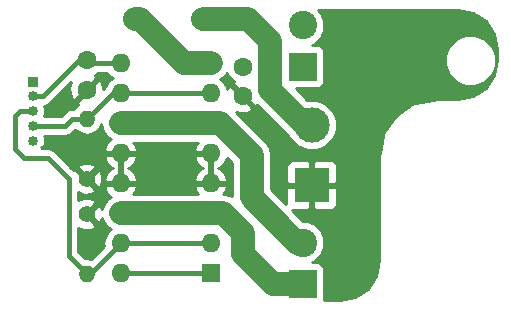
<source format=gbl>
G04 #@! TF.FileFunction,Copper,L2,Bot,Signal*
%FSLAX46Y46*%
G04 Gerber Fmt 4.6, Leading zero omitted, Abs format (unit mm)*
G04 Created by KiCad (PCBNEW 4.0.7) date 07/04/19 18:57:09*
%MOMM*%
%LPD*%
G01*
G04 APERTURE LIST*
%ADD10C,0.100000*%
%ADD11C,1.400000*%
%ADD12O,1.400000X1.400000*%
%ADD13C,1.600000*%
%ADD14R,1.600000X1.600000*%
%ADD15O,1.600000X1.600000*%
%ADD16R,2.400000X2.400000*%
%ADD17C,2.400000*%
%ADD18R,0.850000X0.850000*%
%ADD19C,0.850000*%
%ADD20C,2.000000*%
%ADD21R,3.000000X3.000000*%
%ADD22C,3.000000*%
%ADD23C,2.032000*%
%ADD24C,0.406400*%
%ADD25C,0.254000*%
G04 APERTURE END LIST*
D10*
D11*
X190498000Y-68365000D03*
D12*
X190498000Y-73445000D03*
D11*
X190498000Y-65365000D03*
D12*
X190498000Y-60285000D03*
D13*
X203708000Y-55880000D03*
X203708000Y-58380000D03*
X190498000Y-55365000D03*
X190498000Y-57865000D03*
D14*
X200998000Y-73365000D03*
D15*
X193378000Y-55585000D03*
X200998000Y-70825000D03*
X193378000Y-58125000D03*
X200998000Y-68285000D03*
X193378000Y-60665000D03*
X200998000Y-65745000D03*
X193378000Y-63205000D03*
X200998000Y-63205000D03*
X193378000Y-65745000D03*
X200998000Y-60665000D03*
X193378000Y-68285000D03*
X200998000Y-58125000D03*
X193378000Y-70825000D03*
X200998000Y-55585000D03*
X193378000Y-73365000D03*
D16*
X208788000Y-55880000D03*
D17*
X208788000Y-52380000D03*
D18*
X185928000Y-57150000D03*
D19*
X185928000Y-58400000D03*
X185928000Y-59650000D03*
X185928000Y-60900000D03*
X185928000Y-62150000D03*
D20*
X194598000Y-51865000D03*
X200398000Y-51865000D03*
D16*
X208788000Y-74295000D03*
D17*
X208788000Y-70795000D03*
D21*
X209550000Y-65913000D03*
D22*
X209550000Y-60833000D03*
D23*
X200998000Y-68285000D02*
X202016000Y-68285000D01*
X206248000Y-74295000D02*
X208788000Y-74295000D01*
X203708000Y-71755000D02*
X206248000Y-74295000D01*
X203708000Y-69977000D02*
X203708000Y-71755000D01*
X202016000Y-68285000D02*
X203708000Y-69977000D01*
X193378000Y-68285000D02*
X200998000Y-68285000D01*
X208788000Y-70795000D02*
X208336000Y-70795000D01*
X208336000Y-70795000D02*
X207066000Y-69525000D01*
X204470000Y-63373000D02*
X204470000Y-66929000D01*
X204470000Y-66929000D02*
X207066000Y-69525000D01*
X201762000Y-60665000D02*
X204470000Y-63373000D01*
X200998000Y-60665000D02*
X201762000Y-60665000D01*
X193378000Y-60665000D02*
X200998000Y-60665000D01*
X194598000Y-51865000D02*
X194998000Y-51865000D01*
X194998000Y-51865000D02*
X198718000Y-55585000D01*
X198718000Y-55585000D02*
X200998000Y-55585000D01*
D24*
X185928000Y-58400000D02*
X186837000Y-58400000D01*
X186837000Y-58400000D02*
X189872000Y-55365000D01*
X189872000Y-55365000D02*
X190498000Y-55365000D01*
X185928000Y-58400000D02*
X185821000Y-58400000D01*
X193378000Y-73365000D02*
X193378000Y-73830000D01*
X193378000Y-55585000D02*
X190718000Y-55585000D01*
X190718000Y-55585000D02*
X190498000Y-55365000D01*
X200998000Y-73365000D02*
X193378000Y-73365000D01*
X185928000Y-59650000D02*
X184825000Y-59650000D01*
X187198000Y-63627000D02*
X188976000Y-65405000D01*
X188976000Y-65405000D02*
X188976000Y-71923000D01*
X188976000Y-71923000D02*
X190498000Y-73445000D01*
X185166000Y-63627000D02*
X187198000Y-63627000D01*
X184404000Y-62865000D02*
X185166000Y-63627000D01*
X184404000Y-60071000D02*
X184404000Y-62865000D01*
X184825000Y-59650000D02*
X184404000Y-60071000D01*
X190498000Y-73445000D02*
X190758000Y-73445000D01*
X190758000Y-73445000D02*
X193378000Y-70825000D01*
X193378000Y-70825000D02*
X200998000Y-70825000D01*
X190498000Y-60285000D02*
X189270000Y-60285000D01*
X188655000Y-60900000D02*
X185928000Y-60900000D01*
X189270000Y-60285000D02*
X188655000Y-60900000D01*
X190498000Y-60285000D02*
X190578000Y-60285000D01*
X190578000Y-60285000D02*
X192738000Y-58125000D01*
X192738000Y-58125000D02*
X193378000Y-58125000D01*
X193378000Y-58125000D02*
X200998000Y-58125000D01*
D23*
X200398000Y-51865000D02*
X204138000Y-51865000D01*
X205994000Y-57841000D02*
X208788000Y-60635000D01*
X205994000Y-53721000D02*
X205994000Y-57841000D01*
X204138000Y-51865000D02*
X205994000Y-53721000D01*
D25*
G36*
X223251707Y-51338288D02*
X224314546Y-52048454D01*
X225024712Y-53111295D01*
X225288000Y-54434931D01*
X225288000Y-55295069D01*
X225024712Y-56618705D01*
X224314546Y-57681546D01*
X223251707Y-58391712D01*
X221928069Y-58655000D01*
X219998000Y-58655000D01*
X219929416Y-58668642D01*
X218328752Y-58973124D01*
X218072811Y-59079139D01*
X216775118Y-59946230D01*
X216579229Y-60142118D01*
X215712139Y-61439811D01*
X215606124Y-61695752D01*
X215301642Y-63226486D01*
X215301642Y-63296416D01*
X215288000Y-63365000D01*
X215288000Y-72295069D01*
X215024712Y-73618705D01*
X214314546Y-74681546D01*
X213251707Y-75391712D01*
X211928069Y-75655000D01*
X210603039Y-75655000D01*
X210635440Y-75495000D01*
X210635440Y-73095000D01*
X210591162Y-72859683D01*
X210452090Y-72643559D01*
X210239890Y-72498569D01*
X209988000Y-72447560D01*
X209593712Y-72447560D01*
X209826086Y-72351545D01*
X210342730Y-71835801D01*
X210622681Y-71161605D01*
X210623318Y-70431597D01*
X210344545Y-69756914D01*
X209828801Y-69240270D01*
X209154605Y-68960319D01*
X208835907Y-68960041D01*
X208233435Y-68357569D01*
X208233433Y-68357566D01*
X207923867Y-68048000D01*
X209264250Y-68048000D01*
X209423000Y-67889250D01*
X209423000Y-66040000D01*
X209677000Y-66040000D01*
X209677000Y-67889250D01*
X209835750Y-68048000D01*
X211176310Y-68048000D01*
X211409699Y-67951327D01*
X211588327Y-67772698D01*
X211685000Y-67539309D01*
X211685000Y-66198750D01*
X211526250Y-66040000D01*
X209677000Y-66040000D01*
X209423000Y-66040000D01*
X207573750Y-66040000D01*
X207415000Y-66198750D01*
X207415000Y-67539133D01*
X206121000Y-66245134D01*
X206121000Y-64286691D01*
X207415000Y-64286691D01*
X207415000Y-65627250D01*
X207573750Y-65786000D01*
X209423000Y-65786000D01*
X209423000Y-63936750D01*
X209677000Y-63936750D01*
X209677000Y-65786000D01*
X211526250Y-65786000D01*
X211685000Y-65627250D01*
X211685000Y-64286691D01*
X211588327Y-64053302D01*
X211409699Y-63874673D01*
X211176310Y-63778000D01*
X209835750Y-63778000D01*
X209677000Y-63936750D01*
X209423000Y-63936750D01*
X209264250Y-63778000D01*
X207923690Y-63778000D01*
X207690301Y-63874673D01*
X207511673Y-64053302D01*
X207415000Y-64286691D01*
X206121000Y-64286691D01*
X206121000Y-63373000D01*
X205995325Y-62741190D01*
X205995325Y-62741189D01*
X205637433Y-62205566D01*
X203128428Y-59696562D01*
X203491223Y-59826965D01*
X204061454Y-59799778D01*
X204462005Y-59633864D01*
X204536139Y-59387745D01*
X203708000Y-58559605D01*
X203693858Y-58573748D01*
X203514252Y-58394142D01*
X203528395Y-58380000D01*
X202700255Y-57551861D01*
X202454136Y-57625995D01*
X202394730Y-57791269D01*
X202351880Y-57575849D01*
X202040811Y-57110302D01*
X201835328Y-56973002D01*
X202165433Y-56752433D01*
X202381931Y-56428421D01*
X202490757Y-56691800D01*
X202894077Y-57095824D01*
X202960544Y-57123423D01*
X202953995Y-57126136D01*
X202879861Y-57372255D01*
X203708000Y-58200395D01*
X203722142Y-58186252D01*
X203901748Y-58365858D01*
X203887605Y-58380000D01*
X204715745Y-59208139D01*
X204954390Y-59136256D01*
X207620567Y-61802434D01*
X207648087Y-61820822D01*
X207738980Y-62040800D01*
X208339041Y-62641909D01*
X209123459Y-62967628D01*
X209972815Y-62968370D01*
X210757800Y-62644020D01*
X211358909Y-62043959D01*
X211684628Y-61259541D01*
X211685370Y-60410185D01*
X211361020Y-59625200D01*
X210760959Y-59024091D01*
X209976541Y-58698372D01*
X209185548Y-58697681D01*
X208215306Y-57727440D01*
X209988000Y-57727440D01*
X210223317Y-57683162D01*
X210439441Y-57544090D01*
X210584431Y-57331890D01*
X210635440Y-57080000D01*
X210635440Y-55787815D01*
X220862630Y-55787815D01*
X221186980Y-56572800D01*
X221787041Y-57173909D01*
X222571459Y-57499628D01*
X223420815Y-57500370D01*
X224205800Y-57176020D01*
X224806909Y-56575959D01*
X225132628Y-55791541D01*
X225133370Y-54942185D01*
X224809020Y-54157200D01*
X224208959Y-53556091D01*
X223424541Y-53230372D01*
X222575185Y-53229630D01*
X221790200Y-53553980D01*
X221189091Y-54154041D01*
X220863372Y-54938459D01*
X220862630Y-55787815D01*
X210635440Y-55787815D01*
X210635440Y-54680000D01*
X210591162Y-54444683D01*
X210452090Y-54228559D01*
X210239890Y-54083569D01*
X209988000Y-54032560D01*
X209593712Y-54032560D01*
X209826086Y-53936545D01*
X210342730Y-53420801D01*
X210622681Y-52746605D01*
X210623318Y-52016597D01*
X210344545Y-51341914D01*
X210078096Y-51075000D01*
X221928069Y-51075000D01*
X223251707Y-51338288D01*
X223251707Y-51338288D01*
G37*
X223251707Y-51338288D02*
X224314546Y-52048454D01*
X225024712Y-53111295D01*
X225288000Y-54434931D01*
X225288000Y-55295069D01*
X225024712Y-56618705D01*
X224314546Y-57681546D01*
X223251707Y-58391712D01*
X221928069Y-58655000D01*
X219998000Y-58655000D01*
X219929416Y-58668642D01*
X218328752Y-58973124D01*
X218072811Y-59079139D01*
X216775118Y-59946230D01*
X216579229Y-60142118D01*
X215712139Y-61439811D01*
X215606124Y-61695752D01*
X215301642Y-63226486D01*
X215301642Y-63296416D01*
X215288000Y-63365000D01*
X215288000Y-72295069D01*
X215024712Y-73618705D01*
X214314546Y-74681546D01*
X213251707Y-75391712D01*
X211928069Y-75655000D01*
X210603039Y-75655000D01*
X210635440Y-75495000D01*
X210635440Y-73095000D01*
X210591162Y-72859683D01*
X210452090Y-72643559D01*
X210239890Y-72498569D01*
X209988000Y-72447560D01*
X209593712Y-72447560D01*
X209826086Y-72351545D01*
X210342730Y-71835801D01*
X210622681Y-71161605D01*
X210623318Y-70431597D01*
X210344545Y-69756914D01*
X209828801Y-69240270D01*
X209154605Y-68960319D01*
X208835907Y-68960041D01*
X208233435Y-68357569D01*
X208233433Y-68357566D01*
X207923867Y-68048000D01*
X209264250Y-68048000D01*
X209423000Y-67889250D01*
X209423000Y-66040000D01*
X209677000Y-66040000D01*
X209677000Y-67889250D01*
X209835750Y-68048000D01*
X211176310Y-68048000D01*
X211409699Y-67951327D01*
X211588327Y-67772698D01*
X211685000Y-67539309D01*
X211685000Y-66198750D01*
X211526250Y-66040000D01*
X209677000Y-66040000D01*
X209423000Y-66040000D01*
X207573750Y-66040000D01*
X207415000Y-66198750D01*
X207415000Y-67539133D01*
X206121000Y-66245134D01*
X206121000Y-64286691D01*
X207415000Y-64286691D01*
X207415000Y-65627250D01*
X207573750Y-65786000D01*
X209423000Y-65786000D01*
X209423000Y-63936750D01*
X209677000Y-63936750D01*
X209677000Y-65786000D01*
X211526250Y-65786000D01*
X211685000Y-65627250D01*
X211685000Y-64286691D01*
X211588327Y-64053302D01*
X211409699Y-63874673D01*
X211176310Y-63778000D01*
X209835750Y-63778000D01*
X209677000Y-63936750D01*
X209423000Y-63936750D01*
X209264250Y-63778000D01*
X207923690Y-63778000D01*
X207690301Y-63874673D01*
X207511673Y-64053302D01*
X207415000Y-64286691D01*
X206121000Y-64286691D01*
X206121000Y-63373000D01*
X205995325Y-62741190D01*
X205995325Y-62741189D01*
X205637433Y-62205566D01*
X203128428Y-59696562D01*
X203491223Y-59826965D01*
X204061454Y-59799778D01*
X204462005Y-59633864D01*
X204536139Y-59387745D01*
X203708000Y-58559605D01*
X203693858Y-58573748D01*
X203514252Y-58394142D01*
X203528395Y-58380000D01*
X202700255Y-57551861D01*
X202454136Y-57625995D01*
X202394730Y-57791269D01*
X202351880Y-57575849D01*
X202040811Y-57110302D01*
X201835328Y-56973002D01*
X202165433Y-56752433D01*
X202381931Y-56428421D01*
X202490757Y-56691800D01*
X202894077Y-57095824D01*
X202960544Y-57123423D01*
X202953995Y-57126136D01*
X202879861Y-57372255D01*
X203708000Y-58200395D01*
X203722142Y-58186252D01*
X203901748Y-58365858D01*
X203887605Y-58380000D01*
X204715745Y-59208139D01*
X204954390Y-59136256D01*
X207620567Y-61802434D01*
X207648087Y-61820822D01*
X207738980Y-62040800D01*
X208339041Y-62641909D01*
X209123459Y-62967628D01*
X209972815Y-62968370D01*
X210757800Y-62644020D01*
X211358909Y-62043959D01*
X211684628Y-61259541D01*
X211685370Y-60410185D01*
X211361020Y-59625200D01*
X210760959Y-59024091D01*
X209976541Y-58698372D01*
X209185548Y-58697681D01*
X208215306Y-57727440D01*
X209988000Y-57727440D01*
X210223317Y-57683162D01*
X210439441Y-57544090D01*
X210584431Y-57331890D01*
X210635440Y-57080000D01*
X210635440Y-55787815D01*
X220862630Y-55787815D01*
X221186980Y-56572800D01*
X221787041Y-57173909D01*
X222571459Y-57499628D01*
X223420815Y-57500370D01*
X224205800Y-57176020D01*
X224806909Y-56575959D01*
X225132628Y-55791541D01*
X225133370Y-54942185D01*
X224809020Y-54157200D01*
X224208959Y-53556091D01*
X223424541Y-53230372D01*
X222575185Y-53229630D01*
X221790200Y-53553980D01*
X221189091Y-54154041D01*
X220863372Y-54938459D01*
X220862630Y-55787815D01*
X210635440Y-55787815D01*
X210635440Y-54680000D01*
X210591162Y-54444683D01*
X210452090Y-54228559D01*
X210239890Y-54083569D01*
X209988000Y-54032560D01*
X209593712Y-54032560D01*
X209826086Y-53936545D01*
X210342730Y-53420801D01*
X210622681Y-52746605D01*
X210623318Y-52016597D01*
X210344545Y-51341914D01*
X210078096Y-51075000D01*
X221928069Y-51075000D01*
X223251707Y-51338288D01*
G36*
X191852675Y-61296810D02*
X192210567Y-61832433D01*
X192532946Y-62047840D01*
X192522866Y-62052611D01*
X192146959Y-62467577D01*
X191986096Y-62855961D01*
X192108085Y-63078000D01*
X193251000Y-63078000D01*
X193251000Y-63058000D01*
X193505000Y-63058000D01*
X193505000Y-63078000D01*
X194647915Y-63078000D01*
X194769904Y-62855961D01*
X194609041Y-62467577D01*
X194471731Y-62316000D01*
X199904269Y-62316000D01*
X199766959Y-62467577D01*
X199606096Y-62855961D01*
X199728085Y-63078000D01*
X200871000Y-63078000D01*
X200871000Y-63058000D01*
X201125000Y-63058000D01*
X201125000Y-63078000D01*
X201145000Y-63078000D01*
X201145000Y-63332000D01*
X201125000Y-63332000D01*
X201125000Y-65618000D01*
X202267915Y-65618000D01*
X202389904Y-65395961D01*
X202229041Y-65007577D01*
X201853134Y-64592611D01*
X201604633Y-64475000D01*
X201853134Y-64357389D01*
X202229041Y-63942423D01*
X202368310Y-63606176D01*
X202819000Y-64056867D01*
X202819000Y-66874060D01*
X202647811Y-66759675D01*
X202080169Y-66646764D01*
X202229041Y-66482423D01*
X202389904Y-66094039D01*
X202267915Y-65872000D01*
X201125000Y-65872000D01*
X201125000Y-65892000D01*
X200871000Y-65892000D01*
X200871000Y-65872000D01*
X199728085Y-65872000D01*
X199606096Y-66094039D01*
X199766959Y-66482423D01*
X199904269Y-66634000D01*
X194471731Y-66634000D01*
X194609041Y-66482423D01*
X194769904Y-66094039D01*
X194647915Y-65872000D01*
X193505000Y-65872000D01*
X193505000Y-65892000D01*
X193251000Y-65892000D01*
X193251000Y-65872000D01*
X192108085Y-65872000D01*
X191986096Y-66094039D01*
X192146959Y-66482423D01*
X192522866Y-66897389D01*
X192532946Y-66902160D01*
X192210567Y-67117567D01*
X191852675Y-67653190D01*
X191790684Y-67964839D01*
X191669042Y-67671169D01*
X191433275Y-67609331D01*
X190677605Y-68365000D01*
X191433275Y-69120669D01*
X191669042Y-69058831D01*
X191804434Y-68674286D01*
X191852675Y-68916810D01*
X192210567Y-69452433D01*
X192540672Y-69673002D01*
X192335189Y-69810302D01*
X192024120Y-70275849D01*
X191914887Y-70825000D01*
X191960964Y-71056642D01*
X190861463Y-72156143D01*
X190498000Y-72083846D01*
X190351401Y-72113007D01*
X189814200Y-71575806D01*
X189814200Y-69539574D01*
X190305122Y-69712419D01*
X190835440Y-69683664D01*
X191191831Y-69536042D01*
X191253669Y-69300275D01*
X190498000Y-68544605D01*
X190483858Y-68558748D01*
X190304252Y-68379142D01*
X190318395Y-68365000D01*
X190304252Y-68350858D01*
X190483858Y-68171252D01*
X190498000Y-68185395D01*
X191253669Y-67429725D01*
X191191831Y-67193958D01*
X190690878Y-67017581D01*
X190160560Y-67046336D01*
X189814200Y-67189803D01*
X189814200Y-66539574D01*
X190305122Y-66712419D01*
X190835440Y-66683664D01*
X191191831Y-66536042D01*
X191253669Y-66300275D01*
X190498000Y-65544605D01*
X190483858Y-65558748D01*
X190304252Y-65379142D01*
X190318395Y-65365000D01*
X190677605Y-65365000D01*
X191433275Y-66120669D01*
X191669042Y-66058831D01*
X191845419Y-65557878D01*
X191816664Y-65027560D01*
X191669042Y-64671169D01*
X191433275Y-64609331D01*
X190677605Y-65365000D01*
X190318395Y-65365000D01*
X189562725Y-64609331D01*
X189406659Y-64650265D01*
X189186119Y-64429725D01*
X189742331Y-64429725D01*
X190498000Y-65185395D01*
X191253669Y-64429725D01*
X191191831Y-64193958D01*
X190690878Y-64017581D01*
X190160560Y-64046336D01*
X189804169Y-64193958D01*
X189742331Y-64429725D01*
X189186119Y-64429725D01*
X188310433Y-63554039D01*
X191986096Y-63554039D01*
X192146959Y-63942423D01*
X192522866Y-64357389D01*
X192771367Y-64475000D01*
X192522866Y-64592611D01*
X192146959Y-65007577D01*
X191986096Y-65395961D01*
X192108085Y-65618000D01*
X193251000Y-65618000D01*
X193251000Y-63332000D01*
X193505000Y-63332000D01*
X193505000Y-65618000D01*
X194647915Y-65618000D01*
X194769904Y-65395961D01*
X194609041Y-65007577D01*
X194233134Y-64592611D01*
X193984633Y-64475000D01*
X194233134Y-64357389D01*
X194609041Y-63942423D01*
X194769904Y-63554039D01*
X199606096Y-63554039D01*
X199766959Y-63942423D01*
X200142866Y-64357389D01*
X200391367Y-64475000D01*
X200142866Y-64592611D01*
X199766959Y-65007577D01*
X199606096Y-65395961D01*
X199728085Y-65618000D01*
X200871000Y-65618000D01*
X200871000Y-63332000D01*
X199728085Y-63332000D01*
X199606096Y-63554039D01*
X194769904Y-63554039D01*
X194647915Y-63332000D01*
X193505000Y-63332000D01*
X193251000Y-63332000D01*
X192108085Y-63332000D01*
X191986096Y-63554039D01*
X188310433Y-63554039D01*
X187790697Y-63034303D01*
X187518766Y-62852604D01*
X187198000Y-62788800D01*
X186746408Y-62788800D01*
X186663556Y-62705948D01*
X186870950Y-62678113D01*
X187001272Y-62277061D01*
X186968199Y-61856666D01*
X186919129Y-61738200D01*
X188655000Y-61738200D01*
X188975766Y-61674396D01*
X189247697Y-61492697D01*
X189526471Y-61213923D01*
X189554012Y-61255142D01*
X189987118Y-61544533D01*
X190498000Y-61646154D01*
X191008882Y-61544533D01*
X191441988Y-61255142D01*
X191731379Y-60822036D01*
X191744808Y-60754525D01*
X191852675Y-61296810D01*
X191852675Y-61296810D01*
G37*
X191852675Y-61296810D02*
X192210567Y-61832433D01*
X192532946Y-62047840D01*
X192522866Y-62052611D01*
X192146959Y-62467577D01*
X191986096Y-62855961D01*
X192108085Y-63078000D01*
X193251000Y-63078000D01*
X193251000Y-63058000D01*
X193505000Y-63058000D01*
X193505000Y-63078000D01*
X194647915Y-63078000D01*
X194769904Y-62855961D01*
X194609041Y-62467577D01*
X194471731Y-62316000D01*
X199904269Y-62316000D01*
X199766959Y-62467577D01*
X199606096Y-62855961D01*
X199728085Y-63078000D01*
X200871000Y-63078000D01*
X200871000Y-63058000D01*
X201125000Y-63058000D01*
X201125000Y-63078000D01*
X201145000Y-63078000D01*
X201145000Y-63332000D01*
X201125000Y-63332000D01*
X201125000Y-65618000D01*
X202267915Y-65618000D01*
X202389904Y-65395961D01*
X202229041Y-65007577D01*
X201853134Y-64592611D01*
X201604633Y-64475000D01*
X201853134Y-64357389D01*
X202229041Y-63942423D01*
X202368310Y-63606176D01*
X202819000Y-64056867D01*
X202819000Y-66874060D01*
X202647811Y-66759675D01*
X202080169Y-66646764D01*
X202229041Y-66482423D01*
X202389904Y-66094039D01*
X202267915Y-65872000D01*
X201125000Y-65872000D01*
X201125000Y-65892000D01*
X200871000Y-65892000D01*
X200871000Y-65872000D01*
X199728085Y-65872000D01*
X199606096Y-66094039D01*
X199766959Y-66482423D01*
X199904269Y-66634000D01*
X194471731Y-66634000D01*
X194609041Y-66482423D01*
X194769904Y-66094039D01*
X194647915Y-65872000D01*
X193505000Y-65872000D01*
X193505000Y-65892000D01*
X193251000Y-65892000D01*
X193251000Y-65872000D01*
X192108085Y-65872000D01*
X191986096Y-66094039D01*
X192146959Y-66482423D01*
X192522866Y-66897389D01*
X192532946Y-66902160D01*
X192210567Y-67117567D01*
X191852675Y-67653190D01*
X191790684Y-67964839D01*
X191669042Y-67671169D01*
X191433275Y-67609331D01*
X190677605Y-68365000D01*
X191433275Y-69120669D01*
X191669042Y-69058831D01*
X191804434Y-68674286D01*
X191852675Y-68916810D01*
X192210567Y-69452433D01*
X192540672Y-69673002D01*
X192335189Y-69810302D01*
X192024120Y-70275849D01*
X191914887Y-70825000D01*
X191960964Y-71056642D01*
X190861463Y-72156143D01*
X190498000Y-72083846D01*
X190351401Y-72113007D01*
X189814200Y-71575806D01*
X189814200Y-69539574D01*
X190305122Y-69712419D01*
X190835440Y-69683664D01*
X191191831Y-69536042D01*
X191253669Y-69300275D01*
X190498000Y-68544605D01*
X190483858Y-68558748D01*
X190304252Y-68379142D01*
X190318395Y-68365000D01*
X190304252Y-68350858D01*
X190483858Y-68171252D01*
X190498000Y-68185395D01*
X191253669Y-67429725D01*
X191191831Y-67193958D01*
X190690878Y-67017581D01*
X190160560Y-67046336D01*
X189814200Y-67189803D01*
X189814200Y-66539574D01*
X190305122Y-66712419D01*
X190835440Y-66683664D01*
X191191831Y-66536042D01*
X191253669Y-66300275D01*
X190498000Y-65544605D01*
X190483858Y-65558748D01*
X190304252Y-65379142D01*
X190318395Y-65365000D01*
X190677605Y-65365000D01*
X191433275Y-66120669D01*
X191669042Y-66058831D01*
X191845419Y-65557878D01*
X191816664Y-65027560D01*
X191669042Y-64671169D01*
X191433275Y-64609331D01*
X190677605Y-65365000D01*
X190318395Y-65365000D01*
X189562725Y-64609331D01*
X189406659Y-64650265D01*
X189186119Y-64429725D01*
X189742331Y-64429725D01*
X190498000Y-65185395D01*
X191253669Y-64429725D01*
X191191831Y-64193958D01*
X190690878Y-64017581D01*
X190160560Y-64046336D01*
X189804169Y-64193958D01*
X189742331Y-64429725D01*
X189186119Y-64429725D01*
X188310433Y-63554039D01*
X191986096Y-63554039D01*
X192146959Y-63942423D01*
X192522866Y-64357389D01*
X192771367Y-64475000D01*
X192522866Y-64592611D01*
X192146959Y-65007577D01*
X191986096Y-65395961D01*
X192108085Y-65618000D01*
X193251000Y-65618000D01*
X193251000Y-63332000D01*
X193505000Y-63332000D01*
X193505000Y-65618000D01*
X194647915Y-65618000D01*
X194769904Y-65395961D01*
X194609041Y-65007577D01*
X194233134Y-64592611D01*
X193984633Y-64475000D01*
X194233134Y-64357389D01*
X194609041Y-63942423D01*
X194769904Y-63554039D01*
X199606096Y-63554039D01*
X199766959Y-63942423D01*
X200142866Y-64357389D01*
X200391367Y-64475000D01*
X200142866Y-64592611D01*
X199766959Y-65007577D01*
X199606096Y-65395961D01*
X199728085Y-65618000D01*
X200871000Y-65618000D01*
X200871000Y-63332000D01*
X199728085Y-63332000D01*
X199606096Y-63554039D01*
X194769904Y-63554039D01*
X194647915Y-63332000D01*
X193505000Y-63332000D01*
X193251000Y-63332000D01*
X192108085Y-63332000D01*
X191986096Y-63554039D01*
X188310433Y-63554039D01*
X187790697Y-63034303D01*
X187518766Y-62852604D01*
X187198000Y-62788800D01*
X186746408Y-62788800D01*
X186663556Y-62705948D01*
X186870950Y-62678113D01*
X187001272Y-62277061D01*
X186968199Y-61856666D01*
X186919129Y-61738200D01*
X188655000Y-61738200D01*
X188975766Y-61674396D01*
X189247697Y-61492697D01*
X189526471Y-61213923D01*
X189554012Y-61255142D01*
X189987118Y-61544533D01*
X190498000Y-61646154D01*
X191008882Y-61544533D01*
X191441988Y-61255142D01*
X191731379Y-60822036D01*
X191744808Y-60754525D01*
X191852675Y-61296810D01*
G36*
X185917597Y-61959992D02*
X185928000Y-61970395D01*
X185938385Y-61960010D01*
X185945907Y-61960017D01*
X186121748Y-62135858D01*
X186107605Y-62150000D01*
X186121748Y-62164143D01*
X185942143Y-62343748D01*
X185928000Y-62329605D01*
X185913858Y-62343748D01*
X185734253Y-62164143D01*
X185748395Y-62150000D01*
X185734253Y-62135858D01*
X185910125Y-61959985D01*
X185917597Y-61959992D01*
X185917597Y-61959992D01*
G37*
X185917597Y-61959992D02*
X185928000Y-61970395D01*
X185938385Y-61960010D01*
X185945907Y-61960017D01*
X186121748Y-62135858D01*
X186107605Y-62150000D01*
X186121748Y-62164143D01*
X185942143Y-62343748D01*
X185928000Y-62329605D01*
X185913858Y-62343748D01*
X185734253Y-62164143D01*
X185748395Y-62150000D01*
X185734253Y-62135858D01*
X185910125Y-61959985D01*
X185917597Y-61959992D01*
G36*
X192335189Y-56599698D02*
X192717275Y-56855000D01*
X192335189Y-57110302D01*
X192024120Y-57575849D01*
X192004842Y-57672764D01*
X191929077Y-57748529D01*
X191917778Y-57511546D01*
X191751864Y-57110995D01*
X191505745Y-57036861D01*
X190677605Y-57865000D01*
X190691748Y-57879142D01*
X190512142Y-58058748D01*
X190498000Y-58044605D01*
X189669861Y-58872745D01*
X189743995Y-59118864D01*
X189811191Y-59143017D01*
X189554012Y-59314858D01*
X189465852Y-59446800D01*
X189270000Y-59446800D01*
X188949234Y-59510604D01*
X188677303Y-59692303D01*
X188307806Y-60061800D01*
X186904757Y-60061800D01*
X186987816Y-59861772D01*
X186988184Y-59440078D01*
X186899623Y-59225744D01*
X187157766Y-59174396D01*
X187429697Y-58992697D01*
X189206393Y-57216001D01*
X189051035Y-57648223D01*
X189078222Y-58218454D01*
X189244136Y-58619005D01*
X189490255Y-58693139D01*
X190318395Y-57865000D01*
X190304252Y-57850858D01*
X190483858Y-57671252D01*
X190498000Y-57685395D01*
X191326139Y-56857255D01*
X191252005Y-56611136D01*
X191245517Y-56608804D01*
X191309800Y-56582243D01*
X191469121Y-56423200D01*
X192217257Y-56423200D01*
X192335189Y-56599698D01*
X192335189Y-56599698D01*
G37*
X192335189Y-56599698D02*
X192717275Y-56855000D01*
X192335189Y-57110302D01*
X192024120Y-57575849D01*
X192004842Y-57672764D01*
X191929077Y-57748529D01*
X191917778Y-57511546D01*
X191751864Y-57110995D01*
X191505745Y-57036861D01*
X190677605Y-57865000D01*
X190691748Y-57879142D01*
X190512142Y-58058748D01*
X190498000Y-58044605D01*
X189669861Y-58872745D01*
X189743995Y-59118864D01*
X189811191Y-59143017D01*
X189554012Y-59314858D01*
X189465852Y-59446800D01*
X189270000Y-59446800D01*
X188949234Y-59510604D01*
X188677303Y-59692303D01*
X188307806Y-60061800D01*
X186904757Y-60061800D01*
X186987816Y-59861772D01*
X186988184Y-59440078D01*
X186899623Y-59225744D01*
X187157766Y-59174396D01*
X187429697Y-58992697D01*
X189206393Y-57216001D01*
X189051035Y-57648223D01*
X189078222Y-58218454D01*
X189244136Y-58619005D01*
X189490255Y-58693139D01*
X190318395Y-57865000D01*
X190304252Y-57850858D01*
X190483858Y-57671252D01*
X190498000Y-57685395D01*
X191326139Y-56857255D01*
X191252005Y-56611136D01*
X191245517Y-56608804D01*
X191309800Y-56582243D01*
X191469121Y-56423200D01*
X192217257Y-56423200D01*
X192335189Y-56599698D01*
M02*

</source>
